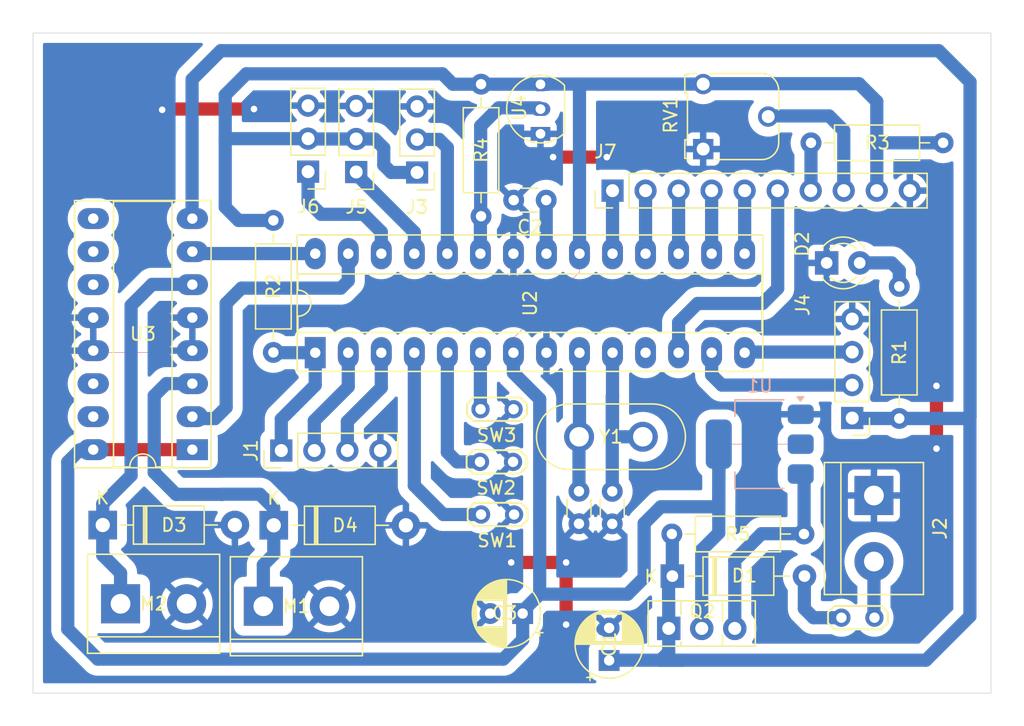
<source format=kicad_pcb>
(kicad_pcb (version 20240108) (generator "pcbnew") (generator_version "8.0")
  (layers (0 "F.Cu" signal) (31 "B.Cu" signal) (34 "B.Paste" user) (35 "F.Paste" user) (36 "B.SilkS" user "B.Silkscreen") (37 "F.SilkS" user "F.Silkscreen") (38 "B.Mask" user) (39 "F.Mask" user) (44 "Edge.Cuts" user))
  (net 0 "")
  (net 1 "+12V")
  (net 2 "GND")
  (net 3 "Net-(U2-AREF)")
  (net 4 "+5V")
  (net 5 "Net-(U2-XTAL1{slash}PB6)")
  (net 6 "Net-(U2-XTAL2{slash}PB7)")
  (net 7 "Net-(D1-A)")
  (net 8 "Net-(D2-A)")
  (net 9 "Net-(D3-K)")
  (net 10 "Net-(D4-K)")
  (net 11 "/D5")
  (net 12 "/RS")
  (net 13 "/E")
  (net 14 "/D4")
  (net 15 "/D7")
  (net 16 "/D6")
  (net 17 "/Rx")
  (net 18 "/Tx")
  (net 19 "Net-(J2-Pin_2)")
  (net 20 "/mq_pin")
  (net 21 "/GSM_Rx")
  (net 22 "/GSM_Tx")
  (net 23 "/ph_pin")
  (net 24 "/turbidity_pin")
  (net 25 "Net-(Q2-B)")
  (net 26 "/temp_pin")
  (net 27 "/button1")
  (net 28 "/button2")
  (net 29 "/button3")
  (net 30 "/motor2")
  (net 31 "/motor1")
  (net 37 "/Reset")
  (net 38 "Net-(J7-Pin_8)")
  (net 39 "Net-(J7-Pin_7)")
  (footprint "Resistor_THT:R_Axial_DIN0207_L6.3mm_D2.5mm_P10.16mm_Horizontal" (layer "F.Cu") (at 145.64 89.35)
    (property "Reference" "R5" (at 5.08 0 0) (layer "F.SilkS"))
    (property "Value" "3")
    (pad "1" thru_hole circle (at 0 0) (size 1.6 1.6) (drill 0.8) (layers "*.Cu" "*.Mask") (net 1 "+12V"))
    (pad "2" thru_hole oval (at 10.16 0) (size 1.6 1.6) (drill 0.8) (layers "*.Cu" "*.Mask") (net 25 "Net-(Q2-B)"))
  )
  (footprint "TerminalBlock:TerminalBlock_bornier-2_P5.08mm" (layer "F.Cu") (at 114.23 94.91)
    (property "Reference" "M1" (at 2.54 0 0) (layer "F.SilkS"))
    (property "Value" "Motor_DC")
    (pad "1" thru_hole rect (at 0 0) (size 3 3) (drill 1.52) (layers "*.Cu" "*.Mask") (net 10 "Net-(D4-K)"))
    (pad "2" thru_hole circle (at 5.08 0) (size 3 3) (drill 1.52) (layers "*.Cu" "*.Mask") (net 2 "GND"))
  )
  (footprint "Potentiometer_THT:Potentiometer_Runtron_RM-065_Vertical" (layer "F.Cu") (at 148.05 59.73 90)
    (property "Reference" "RV1" (at 2.6 -2.5 270) (layer "F.SilkS"))
    (property "Value" "1k")
    (pad "1" thru_hole rect (at 0 0 90) (size 1.56 1.56) (drill 1) (layers "*.Cu" "*.Mask") (net 2 "GND"))
    (pad "2" thru_hole circle (at 2.5 5 90) (size 1.56 1.56) (drill 1) (layers "*.Cu" "*.Mask") (net 38 "Net-(J7-Pin_8)"))
    (pad "3" thru_hole circle (at 5 0 90) (size 1.56 1.56) (drill 1) (layers "*.Cu" "*.Mask") (net 4 "+5V"))
  )
  (footprint "TerminalBlock:TerminalBlock_bornier-2_P5.08mm" (layer "F.Cu") (at 103.25 94.72)
    (property "Reference" "M2" (at 2.54 0 0) (layer "F.SilkS"))
    (property "Value" "Motor_DC")
    (pad "1" thru_hole rect (at 0 0) (size 3 3) (drill 1.52) (layers "*.Cu" "*.Mask") (net 9 "Net-(D3-K)"))
    (pad "2" thru_hole circle (at 5.08 0) (size 3 3) (drill 1.52) (layers "*.Cu" "*.Mask") (net 2 "GND"))
  )
  (footprint "TestPoint:TestPoint_2Pads_Pitch2.54mm_Drill0.8mm" (layer "F.Cu") (at 133.47 79.75 180)
    (property "Reference" "SW3" (at 1.3 -2 180) (layer "F.SilkS"))
    (property "Value" "SW_Push" (hide yes))
    (pad "1" thru_hole circle (at 0 0 180) (size 1.4 1.4) (drill 0.8) (layers "*.Cu" "*.Mask") (net 2 "GND"))
    (pad "2" thru_hole circle (at 2.54 0 180) (size 1.4 1.4) (drill 0.8) (layers "*.Cu" "*.Mask") (net 29 "/button3"))
  )
  (footprint "TerminalBlock:TerminalBlock_bornier-2_P5.08mm" (layer "F.Cu") (at 161.18 86.3875 -90)
    (property "Reference" "J2" (at 2.54 -5.08 90) (layer "F.SilkS"))
    (property "Value" "Power")
    (pad "1" thru_hole rect (at 0 0 270) (size 3 3) (drill 1.52) (layers "*.Cu" "*.Mask") (net 2 "GND"))
    (pad "2" thru_hole circle (at 5.08 0 270) (size 3 3) (drill 1.52) (layers "*.Cu" "*.Mask") (net 19 "Net-(J2-Pin_2)"))
  )
  (footprint "Package_DIP:DIP-16_W7.62mm_Socket_LongPads" (layer "F.Cu") (at 108.77 82.86 180)
    (property "Reference" "U3" (at 3.8 8.9 180) (layer "F.SilkS"))
    (property "Value" "L293D")
    (pad "1" thru_hole rect (at 0 0 180) (size 2.4 1.6) (drill 0.8) (layers "*.Cu" "*.Mask") (net 4 "+5V"))
    (pad "2" thru_hole oval (at 0 2.54 180) (size 2.4 1.6) (drill 0.8) (layers "*.Cu" "*.Mask") (net 31 "/motor1"))
    (pad "3" thru_hole oval (at 0 5.08 180) (size 2.4 1.6) (drill 0.8) (layers "*.Cu" "*.Mask") (net 10 "Net-(D4-K)"))
    (pad "4" thru_hole oval (at 0 7.62 180) (size 2.4 1.6) (drill 0.8) (layers "*.Cu" "*.Mask") (net 2 "GND"))
    (pad "5" thru_hole oval (at 0 10.16 180) (size 2.4 1.6) (drill 0.8) (layers "*.Cu" "*.Mask") (net 2 "GND"))
    (pad "6" thru_hole oval (at 0 12.7 180) (size 2.4 1.6) (drill 0.8) (layers "*.Cu" "*.Mask") (net 9 "Net-(D3-K)"))
    (pad "7" thru_hole oval (at 0 15.24 180) (size 2.4 1.6) (drill 0.8) (layers "*.Cu" "*.Mask") (net 30 "/motor2"))
    (pad "8" thru_hole oval (at 0 17.78 180) (size 2.4 1.6) (drill 0.8) (layers "*.Cu" "*.Mask") (net 1 "+12V"))
    (pad "9" thru_hole oval (at 7.62 17.78 180) (size 2.4 1.6) (drill 0.8) (layers "*.Cu" "*.Mask"))
    (pad "10" thru_hole oval (at 7.62 15.24 180) (size 2.4 1.6) (drill 0.8) (layers "*.Cu" "*.Mask"))
    (pad "11" thru_hole oval (at 7.62 12.7 180) (size 2.4 1.6) (drill 0.8) (layers "*.Cu" "*.Mask"))
    (pad "12" thru_hole oval (at 7.62 10.16 180) (size 2.4 1.6) (drill 0.8) (layers "*.Cu" "*.Mask") (net 2 "GND"))
    (pad "13" thru_hole oval (at 7.62 7.62 180) (size 2.4 1.6) (drill 0.8) (layers "*.Cu" "*.Mask") (net 2 "GND"))
    (pad "14" thru_hole oval (at 7.62 5.08 180) (size 2.4 1.6) (drill 0.8) (layers "*.Cu" "*.Mask"))
    (pad "15" thru_hole oval (at 7.62 2.54 180) (size 2.4 1.6) (drill 0.8) (layers "*.Cu" "*.Mask"))
    (pad "16" thru_hole oval (at 7.62 0 180) (size 2.4 1.6) (drill 0.8) (layers "*.Cu" "*.Mask") (net 4 "+5V"))
  )
  (footprint "Diode_THT:D_DO-41_SOD81_P10.16mm_Horizontal" (layer "F.Cu") (at 101.88 88.66)
    (property "Reference" "D3" (at 5.48 0 0) (layer "F.SilkS"))
    (property "Value" "1N4001")
    (fp_text user "K" (at 0 -2.1 0) (layer "F.SilkS"))
    (pad "1" thru_hole rect (at 0 0) (size 2.2 2.2) (drill 1.1) (layers "*.Cu" "*.Mask") (net 9 "Net-(D3-K)"))
    (pad "2" thru_hole oval (at 10.16 0) (size 2.2 2.2) (drill 1.1) (layers "*.Cu" "*.Mask") (net 2 "GND"))
  )
  (footprint "TestPoint:TestPoint_2Pads_Pitch2.54mm_Drill0.8mm" (layer "F.Cu") (at 133.51 87.85 180)
    (property "Reference" "SW1" (at 1.3 -2 180) (layer "F.SilkS"))
    (property "Value" "SW_Push" (hide yes))
    (pad "1" thru_hole circle (at 0 0 180) (size 1.4 1.4) (drill 0.8) (layers "*.Cu" "*.Mask") (net 2 "GND"))
    (pad "2" thru_hole circle (at 2.54 0 180) (size 1.4 1.4) (drill 0.8) (layers "*.Cu" "*.Mask") (net 27 "/button1"))
  )
  (footprint "Diode_THT:D_A-405_P10.16mm_Horizontal" (layer "F.Cu") (at 145.68 92.59)
    (property "Reference" "D1" (at 5.54 -0.03 0) (layer "F.SilkS"))
    (property "Value" "1N4001")
    (fp_text user "K" (at -1.65 0.05 0) (layer "F.SilkS"))
    (pad "1" thru_hole rect (at 0 0) (size 1.8 1.8) (drill 0.9) (layers "*.Cu" "*.Mask") (net 1 "+12V"))
    (pad "2" thru_hole oval (at 10.16 0) (size 1.8 1.8) (drill 0.9) (layers "*.Cu" "*.Mask") (net 7 "Net-(D1-A)"))
  )
  (footprint "Capacitor_THT:CP_Radial_D5.0mm_P2.50mm" (layer "F.Cu") (at 140.82 99.08 90)
    (property "Reference" "C1" (at 1.24 0 270) (layer "F.SilkS"))
    (property "Value" "100uF")
    (pad "1" thru_hole rect (at 0 0 90) (size 1.6 1.6) (drill 0.8) (layers "*.Cu" "*.Mask") (net 1 "+12V"))
    (pad "2" thru_hole circle (at 2.5 0 90) (size 1.6 1.6) (drill 0.8) (layers "*.Cu" "*.Mask") (net 2 "GND"))
  )
  (footprint "Resistor_THT:R_Axial_DIN0207_L6.3mm_D2.5mm_P10.16mm_Horizontal" (layer "F.Cu") (at 115 75.38 90)
    (property "Reference" "R2" (at 5.08 0 270) (layer "F.SilkS"))
    (property "Value" "10k")
    (pad "1" thru_hole circle (at 0 0 90) (size 1.6 1.6) (drill 0.8) (layers "*.Cu" "*.Mask") (net 37 "/Reset"))
    (pad "2" thru_hole oval (at 10.16 0 90) (size 1.6 1.6) (drill 0.8) (layers "*.Cu" "*.Mask") (net 4 "+5V"))
  )
  (footprint "Capacitor_THT:C_Disc_D3.0mm_W1.6mm_P2.50mm" (layer "F.Cu") (at 138.5 86.06 -90)
    (property "Reference" "C4" (hide yes))
    (property "Value" "22pF")
    (pad "1" thru_hole circle (at 0 0 270) (size 1.6 1.6) (drill 0.8) (layers "*.Cu" "*.Mask") (net 5 "Net-(U2-XTAL1{slash}PB6)"))
    (pad "2" thru_hole circle (at 2.5 0 270) (size 1.6 1.6) (drill 0.8) (layers "*.Cu" "*.Mask") (net 2 "GND"))
  )
  (footprint "Capacitor_THT:C_Disc_D3.0mm_W1.6mm_P2.50mm" (layer "F.Cu") (at 135.98 63.66 180)
    (property "Reference" "C2" (at 1.25 -2.05 180) (layer "F.SilkS"))
    (property "Value" "100nF")
    (pad "1" thru_hole circle (at 0 0 180) (size 1.6 1.6) (drill 0.8) (layers "*.Cu" "*.Mask") (net 3 "Net-(U2-AREF)"))
    (pad "2" thru_hole circle (at 2.5 0 180) (size 1.6 1.6) (drill 0.8) (layers "*.Cu" "*.Mask") (net 2 "GND"))
  )
  (footprint "Package_DIP:DIP-28_W7.62mm_Socket_LongPads" (layer "F.Cu") (at 118.22 75.4 90)
    (property "Reference" "U2" (at 3.8 16.525 270) (layer "F.SilkS"))
    (property "Value" "ATmega328P-P")
    (pad "1" thru_hole rect (at 0 0 90) (size 2.4 1.6) (drill 0.8) (layers "*.Cu" "*.Mask") (net 37 "/Reset"))
    (pad "2" thru_hole oval (at 0 2.54 90) (size 2.4 1.6) (drill 0.8) (layers "*.Cu" "*.Mask") (net 17 "/Rx"))
    (pad "3" thru_hole oval (at 0 5.08 90) (size 2.4 1.6) (drill 0.8) (layers "*.Cu" "*.Mask") (net 18 "/Tx"))
    (pad "4" thru_hole oval (at 0 7.62 90) (size 2.4 1.6) (drill 0.8) (layers "*.Cu" "*.Mask") (net 27 "/button1"))
    (pad "5" thru_hole oval (at 0 10.16 90) (size 2.4 1.6) (drill 0.8) (layers "*.Cu" "*.Mask") (net 28 "/button2"))
    (pad "6" thru_hole oval (at 0 12.7 90) (size 2.4 1.6) (drill 0.8) (layers "*.Cu" "*.Mask") (net 29 "/button3"))
    (pad "7" thru_hole oval (at 0 15.24 90) (size 2.4 1.6) (drill 0.8) (layers "*.Cu" "*.Mask") (net 4 "+5V"))
    (pad "8" thru_hole oval (at 0 17.78 90) (size 2.4 1.6) (drill 0.8) (layers "*.Cu" "*.Mask") (net 2 "GND"))
    (pad "9" thru_hole oval (at 0 20.32 90) (size 2.4 1.6) (drill 0.8) (layers "*.Cu" "*.Mask") (net 5 "Net-(U2-XTAL1{slash}PB6)"))
    (pad "10" thru_hole oval (at 0 22.86 90) (size 2.4 1.6) (drill 0.8) (layers "*.Cu" "*.Mask") (net 6 "Net-(U2-XTAL2{slash}PB7)"))
    (pad "11" thru_hole oval (at 0 25.4 90) (size 2.4 1.6) (drill 0.8) (layers "*.Cu" "*.Mask"))
    (pad "12" thru_hole oval (at 0 27.94 90) (size 2.4 1.6) (drill 0.8) (layers "*.Cu" "*.Mask") (net 15 "/D7"))
    (pad "13" thru_hole oval (at 0 30.48 90) (size 2.4 1.6) (drill 0.8) (layers "*.Cu" "*.Mask") (net 21 "/GSM_Rx"))
    (pad "14" thru_hole oval (at 0 33.02 90) (size 2.4 1.6) (drill 0.8) (layers "*.Cu" "*.Mask") (net 22 "/GSM_Tx"))
    (pad "15" thru_hole oval (at 7.62 33.02 90) (size 2.4 1.6) (drill 0.8) (layers "*.Cu" "*.Mask") (net 16 "/D6"))
    (pad "16" thru_hole oval (at 7.62 30.48 90) (size 2.4 1.6) (drill 0.8) (layers "*.Cu" "*.Mask") (net 11 "/D5"))
    (pad "17" thru_hole oval (at 7.62 27.94 90) (size 2.4 1.6) (drill 0.8) (layers "*.Cu" "*.Mask") (net 14 "/D4"))
    (pad "18" thru_hole oval (at 7.62 25.4 90) (size 2.4 1.6) (drill 0.8) (layers "*.Cu" "*.Mask") (net 13 "/E"))
    (pad "19" thru_hole oval (at 7.62 22.86 90) (size 2.4 1.6) (drill 0.8) (layers "*.Cu" "*.Mask") (net 12 "/RS"))
    (pad "20" thru_hole oval (at 7.62 20.32 90) (size 2.4 1.6) (drill 0.8) (layers "*.Cu" "*.Mask") (net 4 "+5V"))
    (pad "21" thru_hole oval (at 7.62 17.78 90) (size 2.4 1.6) (drill 0.8) (layers "*.Cu" "*.Mask") (net 3 "Net-(U2-AREF)"))
    (pad "22" thru_hole oval (at 7.62 15.24 90) (size 2.4 1.6) (drill 0.8) (layers "*.Cu" "*.Mask") (net 2 "GND"))
    (pad "23" thru_hole oval (at 7.62 12.7 90) (size 2.4 1.6) (drill 0.8) (layers "*.Cu" "*.Mask") (net 26 "/temp_pin"))
    (pad "24" thru_hole oval (at 7.62 10.16 90) (size 2.4 1.6) (drill 0.8) (layers "*.Cu" "*.Mask") (net 20 "/mq_pin"))
    (pad "25" thru_hole oval (at 7.62 7.62 90) (size 2.4 1.6) (drill 0.8) (layers "*.Cu" "*.Mask") (net 23 "/ph_pin"))
    (pad "26" thru_hole oval (at 7.62 5.08 90) (size 2.4 1.6) (drill 0.8) (layers "*.Cu" "*.Mask") (net 24 "/turbidity_pin"))
    (pad "27" thru_hole oval (at 7.62 2.54 90) (size 2.4 1.6) (drill 0.8) (layers "*.Cu" "*.Mask") (net 31 "/motor1"))
    (pad "28" thru_hole oval (at 7.62 0 90) (size 2.4 1.6) (drill 0.8) (layers "*.Cu" "*.Mask") (net 30 "/motor2"))
  )
  (footprint "TestPoint:TestPoint_2Pads_Pitch2.54mm_Drill0.8mm" (layer "F.Cu") (at 133.43 83.8 180)
    (property "Reference" "SW2" (at 1.3 -2 180) (layer "F.SilkS"))
    (property "Value" "SW_Push" (hide yes))
    (pad "1" thru_hole circle (at 0 0 180) (size 1.4 1.4) (drill 0.8) (layers "*.Cu" "*.Mask") (net 2 "GND"))
    (pad "2" thru_hole circle (at 2.54 0 180) (size 1.4 1.4) (drill 0.8) (layers "*.Cu" "*.Mask") (net 28 "/button2"))
  )
  (footprint "Diode_THT:D_DO-41_SOD81_P10.16mm_Horizontal" (layer "F.Cu") (at 115.03 88.68)
    (property "Reference" "D4" (at 5.48 0.01 0) (layer "F.SilkS"))
    (property "Value" "1N4001")
    (fp_text user "K" (at 0 -2.1 0) (layer "F.SilkS"))
    (pad "1" thru_hole rect (at 0 0) (size 2.2 2.2) (drill 1.1) (layers "*.Cu" "*.Mask") (net 10 "Net-(D4-K)"))
    (pad "2" thru_hole oval (at 10.16 0) (size 2.2 2.2) (drill 1.1) (layers "*.Cu" "*.Mask") (net 2 "GND"))
  )
  (footprint "Resistor_THT:R_Axial_DIN0207_L6.3mm_D2.5mm_P10.16mm_Horizontal" (layer "F.Cu") (at 163.13 80.46 90)
    (property "Reference" "R1" (at 5.08 0 270) (layer "F.SilkS"))
    (property "Value" "1k")
    (pad "1" thru_hole circle (at 0 0 90) (size 1.6 1.6) (drill 0.8) (layers "*.Cu" "*.Mask") (net 1 "+12V"))
    (pad "2" thru_hole oval (at 10.16 0 90) (size 1.6 1.6) (drill 0.8) (layers "*.Cu" "*.Mask") (net 8 "Net-(D2-A)"))
  )
  (footprint "Capacitor_THT:CP_Radial_D5.0mm_P2.50mm" (layer "F.Cu") (at 134.17 95.47 180)
    (property "Reference" "C3" (at 1.38 0.04 180) (layer "F.SilkS"))
    (property "Value" "100uF")
    (pad "1" thru_hole rect (at 0 0 180) (size 1.6 1.6) (drill 0.8) (layers "*.Cu" "*.Mask") (net 4 "+5V"))
    (pad "2" thru_hole circle (at 2.5 0 180) (size 1.6 1.6) (drill 0.8) (layers "*.Cu" "*.Mask") (net 2 "GND"))
  )
  (footprint "Connector_PinHeader_2.54mm:PinHeader_1x04_P2.54mm_Vertical" (layer "F.Cu") (at 159.51 80.43 180)
    (property "Reference" "J4" (at 3.8 8.71 -90) (layer "F.SilkS"))
    (property "Value" "GSM")
    (pad "1" thru_hole rect (at 0 0 180) (size 1.7 1.7) (drill 1) (layers "*.Cu" "*.Mask") (net 1 "+12V"))
    (pad "2" thru_hole oval (at 0 2.54 180) (size 1.7 1.7) (drill 1) (layers "*.Cu" "*.Mask") (net 21 "/GSM_Rx"))
    (pad "3" thru_hole oval (at 0 5.08 180) (size 1.7 1.7) (drill 1) (layers "*.Cu" "*.Mask") (net 22 "/GSM_Tx"))
    (pad "4" thru_hole oval (at 0 7.62 180) (size 1.7 1.7) (drill 1) (layers "*.Cu" "*.Mask") (net 2 "GND"))
  )
  (footprint "Capacitor_THT:C_Disc_D3.0mm_W1.6mm_P2.50mm" (layer "F.Cu") (at 141.06 88.57 90)
    (property "Reference" "C5" (hide yes))
    (property "Value" "22pF")
    (pad "1" thru_hole circle (at 0 0 90) (size 1.6 1.6) (drill 0.8) (layers "*.Cu" "*.Mask") (net 2 "GND"))
    (pad "2" thru_hole circle (at 2.5 0 90) (size 1.6 1.6) (drill 0.8) (layers "*.Cu" "*.Mask") (net 6 "Net-(U2-XTAL2{slash}PB7)"))
  )
  (footprint "Resistor_THT:R_Axial_DIN0207_L6.3mm_D2.5mm_P10.16mm_Horizontal" (layer "F.Cu") (at 130.97 54.74 -90)
    (property "Reference" "R4" (at 5.08 0 90) (layer "F.SilkS"))
    (property "Value" "4.7k")
    (pad "1" thru_hole circle (at 0 0 270) (size 1.6 1.6) (drill 0.8) (layers "*.Cu" "*.Mask") (net 4 "+5V"))
    (pad "2" thru_hole oval (at 10.16 0 270) (size 1.6 1.6) (drill 0.8) (layers "*.Cu" "*.Mask") (net 26 "/temp_pin"))
  )
  (footprint "Connector_PinHeader_2.54mm:PinHeader_1x03_P2.54mm_Vertical" (layer "F.Cu") (at 117.67 61.47 180)
    (property "Reference" "J6" (at -0.02 -2.685 180) (layer "F.SilkS"))
    (property "Value" "Turbidity sensor")
    (pad "1" thru_hole rect (at 0 0 180) (size 1.7 1.7) (drill 1) (layers "*.Cu" "*.Mask") (net 24 "/turbidity_pin"))
    (pad "2" thru_hole oval (at 0 2.54 180) (size 1.7 1.7) (drill 1) (layers "*.Cu" "*.Mask") (net 4 "+5V"))
    (pad "3" thru_hole oval (at 0 5.08 180) (size 1.7 1.7) (drill 1) (layers "*.Cu" "*.Mask") (net 2 "GND"))
  )
  (footprint "Resistor_THT:R_Axial_DIN0207_L6.3mm_D2.5mm_P10.16mm_Horizontal" (layer "F.Cu") (at 156.34 59.25)
    (property "Reference" "R3" (at 5.1 -0.01 0) (layer "F.SilkS"))
    (property "Value" "220")
    (pad "1" thru_hole circle (at 0 0) (size 1.6 1.6) (drill 0.8) (layers "*.Cu" "*.Mask") (net 39 "Net-(J7-Pin_7)"))
    (pad "2" thru_hole oval (at 10.16 0) (size 1.6 1.6) (drill 0.8) (layers "*.Cu" "*.Mask") (net 4 "+5V"))
  )
  (footprint "Connector_PinHeader_2.54mm:PinHeader_1x03_P2.54mm_Vertical" (layer "F.Cu") (at 126.05 61.53 180)
    (property "Reference" "J3" (at 0 -2.67 180) (layer "F.SilkS"))
    (property "Value" "MQ 137")
    (pad "1" thru_hole rect (at 0 0 180) (size 1.7 1.7) (drill 1) (layers "*.Cu" "*.Mask") (net 4 "+5V"))
    (pad "2" thru_hole oval (at 0 2.54 180) (size 1.7 1.7) (drill 1) (layers "*.Cu" "*.Mask") (net 20 "/mq_pin"))
    (pad "3" thru_hole oval (at 0 5.08 180) (size 1.7 1.7) (drill 1) (layers "*.Cu" "*.Mask") (net 2 "GND"))
  )
  (footprint "Connector_PinHeader_2.54mm:PinHeader_1x03_P2.54mm_Vertical" (layer "F.Cu") (at 121.37 61.495 180)
    (property "Reference" "J5" (at -0.03 -2.69 180) (layer "F.SilkS"))
    (property "Value" "PH sensor")
    (pad "1" thru_hole rect (at 0 0 180) (size 1.7 1.7) (drill 1) (layers "*.Cu" "*.Mask") (net 23 "/ph_pin"))
    (pad "2" thru_hole oval (at 0 2.54 180) (size 1.7 1.7) (drill 1) (layers "*.Cu" "*.Mask") (net 4 "+5V"))
    (pad "3" thru_hole oval (at 0 5.08 180) (size 1.7 1.7) (drill 1) (layers "*.Cu" "*.Mask") (net 2 "GND"))
  )
  (footprint "Package_TO_SOT_THT:TO-126-3_Vertical" (layer "F.Cu") (at 145.4 96.615)
    (property "Reference" "Q2" (at 2.58 -1.31 0) (layer "F.SilkS"))
    (property "Value" "BD138")
    (pad "1" thru_hole rect (at 0 0) (size 1.8 1.8) (drill 1) (layers "*.Cu" "*.Mask") (net 1 "+12V"))
    (pad "2" thru_hole oval (at 2.54 0) (size 1.8 1.8) (drill 1) (layers "*.Cu" "*.Mask") (net 4 "+5V"))
    (pad "3" thru_hole oval (at 5.08 0) (size 1.8 1.8) (drill 1) (layers "*.Cu" "*.Mask") (net 25 "Net-(Q2-B)"))
  )
  (footprint "Package_TO_SOT_THT:TO-92_Inline" (layer "F.Cu") (at 135.54 57.925 90)
    (property "Reference" "U4" (at 1.37 -1.63 270) (layer "F.SilkS"))
    (property "Value" "DS18B20")
    (pad "1" thru_hole rect (at -0.635 0 90) (size 1.05 1.5) (drill 0.75) (layers "*.Cu" "*.Mask") (net 2 "GND"))
    (pad "2" thru_hole oval (at 1.27 0 90) (size 1.05 1.5) (drill 0.75) (layers "*.Cu" "*.Mask") (net 26 "/temp_pin"))
    (pad "3" thru_hole oval (at 3.175 0 90) (size 1.05 1.5) (drill 0.75) (layers "*.Cu" "*.Mask") (net 4 "+5V"))
  )
  (footprint "Connector_PinHeader_2.54mm:PinHeader_1x10_P2.54mm_Vertical" (layer "F.Cu") (at 141.08 62.93 90)
    (property "Reference" "J7" (at 3 -0.55 0) (layer "F.SilkS"))
    (property "Value" "Display")
    (pad "1" thru_hole rect (at 0 0 90) (size 1.7 1.7) (drill 1) (layers "*.Cu" "*.Mask") (net 12 "/RS"))
    (pad "2" thru_hole oval (at 0 2.54 90) (size 1.7 1.7) (drill 1) (layers "*.Cu" "*.Mask") (net 13 "/E"))
    (pad "3" thru_hole oval (at 0 5.08 90) (size 1.7 1.7) (drill 1) (layers "*.Cu" "*.Mask") (net 14 "/D4"))
    (pad "4" thru_hole oval (at 0 7.62 90) (size 1.7 1.7) (drill 1) (layers "*.Cu" "*.Mask") (net 11 "/D5"))
    (pad "5" thru_hole oval (at 0 10.16 90) (size 1.7 1.7) (drill 1) (layers "*.Cu" "*.Mask") (net 16 "/D6"))
    (pad "6" thru_hole oval (at 0 12.7 90) (size 1.7 1.7) (drill 1) (layers "*.Cu" "*.Mask") (net 15 "/D7"))
    (pad "7" thru_hole oval (at 0 15.24 90) (size 1.7 1.7) (drill 1) (layers "*.Cu" "*.Mask") (net 39 "Net-(J7-Pin_7)"))
    (pad "8" thru_hole oval (at 0 17.78 90) (size 1.7 1.7) (drill 1) (layers "*.Cu" "*.Mask") (net 38 "Net-(J7-Pin_8)"))
    (pad "9" thru_hole oval (at 0 20.32 90) (size 1.7 1.7) (drill 1) (layers "*.Cu" "*.Mask") (net 4 "+5V"))
    (pad "10" thru_hole oval (at 0 22.86 90) (size 1.7 1.7) (drill 1) (layers "*.Cu" "*.Mask") (net 2 "GND"))
  )
  (footprint "TestPoint:TestPoint_2Pads_Pitch2.54mm_Drill0.8mm" (layer "F.Cu") (at 161.22 95.79 180)
    (property "Reference" "SW4" (hide yes))
    (property "Value" "Switch")
    (pad "1" thru_hole circle (at 0 0 180) (size 1.4 1.4) (drill 0.8) (layers "*.Cu" "*.Mask") (net 19 "Net-(J2-Pin_2)"))
    (pad "2" thru_hole circle (at 2.54 0 180) (size 1.4 1.4) (drill 0.8) (layers "*.Cu" "*.Mask") (net 7 "Net-(D1-A)"))
  )
  (footprint "LED_THT:LED_D3.0mm" (layer "F.Cu") (at 157.545 68.49)
    (property "Reference" "D2" (at -1.88 -1.45 -90) (layer "F.SilkS"))
    (property "Value" "Power")
    (pad "1" thru_hole rect (at 0 0) (size 1.8 1.8) (drill 0.9) (layers "*.Cu" "*.Mask") (net 2 "GND"))
    (pad "2" thru_hole circle (at 2.54 0) (size 1.8 1.8) (drill 0.9) (layers "*.Cu" "*.Mask") (net 8 "Net-(D2-A)"))
  )
  (footprint "Connector_PinHeader_2.54mm:PinHeader_1x04_P2.54mm_Vertical" (layer "F.Cu") (at 115.61 82.93 90)
    (property "Reference" "J1" (at 0 -2.33 270) (layer "F.SilkS"))
    (property "Value" "Program")
    (pad "1" thru_hole rect (at 0 0 90) (size 1.7 1.7) (drill 1) (layers "*.Cu" "*.Mask") (net 37 "/Reset"))
    (pad "2" thru_hole oval (at 0 2.54 90) (size 1.7 1.7) (drill 1) (layers "*.Cu" "*.Mask") (net 17 "/Rx"))
    (pad "3" thru_hole oval (at 0 5.08 90) (size 1.7 1.7) (drill 1) (layers "*.Cu" "*.Mask") (net 18 "/Tx"))
    (pad "4" thru_hole oval (at 0 7.62 90) (size 1.7 1.7) (drill 1) (layers "*.Cu" "*.Mask") (net 2 "GND"))
  )
  (footprint "Crystal:Crystal_HC50_Vertical" (layer "F.Cu") (at 143.41 81.87 180)
    (property "Reference" "Y1" (at 2.45 0 180) (layer "F.SilkS"))
    (property "Value" "16MHz")
    (pad "1" thru_hole circle (at 0 0 180) (size 2.3 2.3) (drill 1.5) (layers "*.Cu" "*.Mask") (net 6 "Net-(U2-XTAL2{slash}PB7)"))
    (pad "2" thru_hole circle (at 4.9 0 180) (size 2.3 2.3) (drill 1.5) (layers "*.Cu" "*.Mask") (net 5 "Net-(U2-XTAL1{slash}PB6)"))
  )
  (footprint "Package_TO_SOT_SMD:SOT-223-3_TabPin2" (layer "B.Cu") (at 152.4 82.4375 180)
    (property "Reference" "U1" (at 0 4.5 180) (layer "B.SilkS") (effects (justify mirror)))
    (property "Value" "AMS1117-5.0")
    (pad "1" smd roundrect (at -3.15 2.3 180) (size 2 1.5) (layers "B.Cu" "B.Paste" "B.Mask") (net 2 "GND"))
    (pad "2" smd roundrect (at -3.15 0 180) (size 2 1.5) (layers "B.Cu" "B.Paste" "B.Mask") (net 4 "+5V"))
    (pad "2" smd roundrect (at 3.15 0 180) (size 2 3.8) (layers "B.Cu" "B.Paste" "B.Mask") (net 4 "+5V"))
    (pad "3" smd roundrect (at -3.15 -2.3 180) (size 2 1.5) (layers "B.Cu" "B.Paste" "B.Mask") (net 25 "Net-(Q2-B)"))
  )
  (gr_line (start 170.18 50.8) (end 170.18 101.6) (stroke (width 0.05)) (layer "Edge.Cuts"))
  (gr_line (start 96.52 50.8) (end 170.18 50.8) (stroke (width 0.05)) (layer "Edge.Cuts"))
  (gr_line (start 170.18 101.6) (end 96.52 101.6) (stroke (width 0.05)) (layer "Edge.Cuts"))
  (gr_line (start 96.52 101.6) (end 96.52 50.8) (stroke (width 0.05)) (layer "Edge.Cuts"))
  (segment (start 168.56 80.58) (end 168.44 80.46) (width 1.016) (layer "B.Cu") (net 1))
  (segment (start 146.44 99.06) (end 140.84 99.06) (width 1.016) (layer "B.Cu") (net 1))
  (segment (start 145.68 92.2775) (end 145.39 92.5675) (width 1.016) (layer "B.Cu") (net 1))
  (segment (start 168.44 80.46) (end 163.13 80.46) (width 1.016) (layer "B.Cu") (net 1))
  (segment (start 145.39 94.47) (end 145.4 94.48) (width 1.016) (layer "B.Cu") (net 1))
  (segment (start 108.77 65.08) (end 108.75 65.06) (width 1.016) (layer "B.Cu") (net 1))
  (segment (start 108.75 54.37) (end 110.957999 52.162001) (width 1.016) (layer "B.Cu") (net 1))
  (segment (start 165.18 99.06) (end 168.56 95.68) (width 1.016) (layer "B.Cu") (net 1))
  (segment (start 144.78 99.06) (end 146.44 99.06) (width 1.016) (layer "B.Cu") (net 1))
  (segment (start 110.957999 52.162001) (end 166.162001 52.162001) (width 1.016) (layer "B.Cu") (net 1))
  (segment (start 108.75 65.06) (end 108.75 54.37) (width 1.016) (layer "B.Cu") (net 1))
  (segment (start 145.68 89.6175) (end 145.68 92.2775) (width 1.016) (layer "B.Cu") (net 1))
  (segment (start 145.39 89.3275) (end 145.68 89.6175) (width 1.016) (layer "B.Cu") (net 1))
  (segment (start 145.4 94.48) (end 145.4 96.615) (width 1.016) (layer "B.Cu") (net 1))
  (segment (start 145.4 98.44) (end 144.78 99.06) (width 1.016) (layer "B.Cu") (net 1))
  (segment (start 145.39 92.5675) (end 145.39 94.47) (width 1.016) (layer "B.Cu") (net 1))
  (segment (start 159.54 80.46) (end 159.51 80.43) (width 1.016) (layer "B.Cu") (net 1))
  (segment (start 168.57 54.57) (end 168.57 80.33) (width 1.016) (layer "B.Cu") (net 1))
  (segment (start 145.4 96.615) (end 145.4 98.44) (width 1.016) (layer "B.Cu") (net 1))
  (segment (start 168.56 95.68) (end 168.56 80.58) (width 1.016) (layer "B.Cu") (net 1))
  (segment (start 166.162001 52.162001) (end 168.57 54.57) (width 1.016) (layer "B.Cu") (net 1))
  (segment (start 140.84 99.06) (end 140.82 99.08) (width 1.016) (layer "B.Cu") (net 1))
  (segment (start 168.57 80.33) (end 168.44 80.46) (width 1.016) (layer "B.Cu") (net 1))
  (segment (start 168.44 80.46) (end 159.54 80.46) (width 1.016) (layer "B.Cu") (net 1))
  (segment (start 146.44 99.06) (end 165.18 99.06) (width 1.016) (layer "B.Cu") (net 1))
  (segment (start 133.29 91.54) (end 137.512 91.54) (width 1.016) (layer "F.Cu") (net 2))
  (segment (start 137.512 96.322) (end 137.512 91.54) (width 1.016) (layer "F.Cu") (net 2))
  (segment (start 136.508 60.35) (end 140.64 60.35) (width 1.016) (layer "F.Cu") (net 2))
  (segment (start 106.51 56.65) (end 106.45 56.71) (width 1.016) (layer "F.Cu") (net 2))
  (segment (start 165.99 82.78) (end 165.99 77.95) (width 1.016) (layer "F.Cu") (net 2))
  (segment (start 113.51 56.65) (end 106.51 56.65) (width 1.016) (layer "F.Cu") (net 2))
  (segment (start 102.07 75.39) (end 109.69 75.39) (width 0.0254) (layer "F.Cu") (net 2))
  (via (at 137.512 91.54) (size 1.524) (drill 0.508) (layers "F.Cu" "B.Cu") (net 2))
  (via (at 165.99 77.95) (size 1.524) (drill 0.508) (layers "F.Cu" "B.Cu") (net 2))
  (via (at 137.512 96.322) (size 1.524) (drill 0.508) (layers "F.Cu" "B.Cu") (net 2))
  (via (at 136.508 60.35) (size 1.524) (drill 0.508) (layers "F.Cu" "B.Cu") (net 2))
  (via (at 165.99 82.78) (size 1.524) (drill 0.508) (layers "F.Cu" "B.Cu") (net 2))
  (via (at 113.51 56.65) (size 1.524) (drill 0.508) (layers "F.Cu" "B.Cu") (net 2))
  (via (at 140.64 60.35) (size 1.524) (drill 0.508) (layers "F.Cu" "B.Cu") (net 2))
  (via (at 106.45 56.71) (size 1.524) (drill 0.508) (layers "F.Cu" "B.Cu") (net 2))
  (via (at 133.29 91.54) (size 1.524) (drill 0.508) (layers "F.Cu" "B.Cu") (net 2))
  (segment (start 140.405 96.615) (end 140.35 96.67) (width 1.016) (layer "B.Cu") (net 2))
  (segment (start 135.98 67.76) (end 136 67.78) (width 1.016) (layer "B.Cu") (net 3))
  (segment (start 135.98 63.66) (end 135.98 67.76) (width 1.016) (layer "B.Cu") (net 3))
  (segment (start 133.46 74.276) (end 133.46 75.4) (width 0.0254) (layer "F.Cu") (net 4))
  (segment (start 149.28 82.44) (end 155.52 82.44) (width 0.0254) (layer "F.Cu") (net 4))
  (segment (start 138.54 69.196) (end 133.46 74.276) (width 0.0254) (layer "F.Cu") (net 4))
  (segment (start 138.54 67.78) (end 138.54 69.196) (width 0.0254) (layer "F.Cu") (net 4))
  (segment (start 108.77 82.86) (end 101.15 82.86) (width 1.016) (layer "F.Cu") (net 4))
  (via (at 155.54 82.46) (size 0.0762) (drill 0.0254) (layers "F.Cu" "B.Cu") (net 4))
  (via (at 149.28 82.44) (size 0.0762) (drill 0.0254) (layers "F.Cu" "B.Cu") (net 4))
  (segment (start 149.1175 87.2575) (end 149.25 87.39) (width 1.016) (layer "B.Cu") (net 4))
  (segment (start 111.3 64.2) (end 112.32 65.22) (width 1.016) (layer "B.Cu") (net 4))
  (segment (start 135.53 54.74) (end 135.54 54.75) (width 1.016) (layer "B.Cu") (net 4))
  (segment (start 99.19 96.67) (end 101.5 98.98) (width 1.016) (layer "B.Cu") (net 4))
  (segment (start 138.54 54.79) (end 138.6 54.73) (width 1.016) (layer "B.Cu") (net 4))
  (segment (start 166.5 59.25) (end 161.49 59.25) (width 1.016) (layer "B.Cu") (net 4))
  (segment (start 123.49 59.65) (end 123.49 60.961056) (width 1.016) (layer "B.Cu") (net 4))
  (segment (start 111.3 55.56) (end 111.3 58.96) (width 1.016) (layer "B.Cu") (net 4))
  (segment (start 128.000001 53.940001) (end 112.919999 53.940001) (width 1.016) (layer "B.Cu") (net 4))
  (segment (start 130.965 54.635) (end 130.94 54.66) (width 1.016) (layer "B.Cu") (net 4))
  (segment (start 149.25 89.27) (end 147.93 90.59) (width 1.016) (layer "B.Cu") (net 4))
  (segment (start 136.08 54.73) (end 138.6 54.73) (width 1.016) (layer "B.Cu") (net 4))
  (segment (start 147.94 90.6) (end 147.94 96.615) (width 1.016) (layer "B.Cu") (net 4))
  (segment (start 147.93 90.59) (end 147.94 90.6) (width 1.016) (layer "B.Cu") (net 4))
  (segment (start 149.25 82.4375) (end 149.25 89.27) (width 1.016) (layer "B.Cu") (net 4))
  (segment (start 112.32 65.22) (end 115 65.22) (width 1.016) (layer "B.Cu") (net 4))
  (segment (start 135.54 54.75) (end 136.06 54.75) (width 1.016) (layer "B.Cu") (net 4))
  (segment (start 136.06 54.75) (end 136.08 54.73) (width 1.016) (layer "B.Cu") (net 4))
  (segment (start 101.15 82.86) (end 100.14 82.86) (width 1.016) (layer "B.Cu") (net 4))
  (segment (start 114.7 65.22) (end 115.01 64.91) (width 1.016) (layer "B.Cu") (net 4))
  (segment (start 132.68 98.98) (end 134.17 97.49) (width 1.016) (layer "B.Cu") (net 4))
  (segment (start 160.03 54.7) (end 161.4 56.07) (width 1.016) (layer "B.Cu") (net 4))
  (segment (start 138.54 67.78) (end 138.54 54.79) (width 1.016) (layer "B.Cu") (net 4))
  (segment (start 123.49 60.961056) (end 124.058944 61.53) (width 1.016) (layer "B.Cu") (net 4))
  (segment (start 149.28 82.44) (end 149.25 82.4375) (width 1.016) (layer "B.Cu") (net 4))
  (segment (start 149.25 87.39) (end 149.28 82.44) (width 1.016) (layer "B.Cu") (net 4))
  (segment (start 148.01 54.77) (end 148.05 54.73) (width 1.016) (layer "B.Cu") (net 4))
  (segment (start 135.48 93.98) (end 134.17 95.29) (width 1.016) (layer "B.Cu") (net 4))
  (segment (start 111.33 58.93) (end 111.3 58.96) (width 1.016) (layer "B.Cu") (net 4))
  (segment (start 143.51 88.54) (end 144.7925 87.2575) (width 1.016) (layer "B.Cu") (net 4))
  (segment (start 117.67 58.93) (end 111.33 58.93) (width 1.016) (layer "B.Cu") (net 4))
  (segment (start 133.46 76.953999) (end 135.48 78.973999) (width 1.016) (layer "B.Cu") (net 4))
  (segment (start 128.8 54.74) (end 128.000001 53.940001) (width 1.016) (layer "B.Cu") (net 4))
  (segment (start 131.01 54.8) (end 130.99 54.82) (width 1.016) (layer "B.Cu") (net 4))
  (segment (start 161.4 59.34) (end 161.4 62.93) (width 1.016) (layer "B.Cu") (net 4))
  (segment (start 135.48 93.98) (end 142.24 93.98) (width 1.016) (layer "B.Cu") (net 4))
  (segment (start 138.6 54.73) (end 148.05 54.73) (width 1.016) (layer "B.Cu") (net 4))
  (segment (start 112.919999 53.940001) (end 111.3 55.56) (width 1.016) (layer "B.Cu") (net 4))
  (segment (start 101.5 98.98) (end 132.68 98.98) (width 1.016) (layer "B.Cu") (net 4))
  (segment (start 134.17 95.29) (end 134.17 95.47) (width 1.016) (layer "B.Cu") (net 4))
  (segment (start 135.48 91.36) (end 135.48 93.98) (width 1.016) (layer "B.Cu") (net 4))
  (segment (start 148.08 54.7) (end 160.03 54.7) (width 1.016) (layer "B.Cu") (net 4))
  (segment (start 111.3 58.96) (end 111.3 64.2) (width 1.016) (layer "B.Cu") (net 4))
  (segment (start 144.7925 87.2575) (end 149.1175 87.2575) (width 1.016) (layer "B.Cu") (net 4))
  (segment (start 130.97 54.74) (end 135.53 54.74) (width 1.016) (layer "B.Cu") (net 4))
  (segment (start 124.058944 61.53) (end 126.05 61.53) (width 1.016) (layer "B.Cu") (net 4))
  (segment (start 117.695 58.955) (end 117.67 58.93) (width 1.016) (layer "B.Cu") (net 4))
  (segment (start 148.05 54.73) (end 148.08 54.7) (width 1.016) (layer "B.Cu") (net 4))
  (segment (start 122.795 58.955) (end 123.49 59.65) (width 1.016) (layer "B.Cu") (net 4))
  (segment (start 100.14 82.86) (end 99.19 83.81) (width 1.016) (layer "B.Cu") (net 4))
  (segment (start 161.4 56.07) (end 161.4 59.34) (width 1.016) (layer "B.Cu") (net 4))
  (segment (start 161.49 59.25) (end 161.4 59.34) (width 1.016) (layer "B.Cu") (net 4))
  (segment (start 121.37 58.955) (end 117.695 58.955) (width 1.016) (layer "B.Cu") (net 4))
  (segment (start 134.17 97.49) (end 134.17 95.47) (width 1.016) (layer "B.Cu") (net 4))
  (segment (start 121.37 58.955) (end 122.795 58.955) (width 1.016) (layer "B.Cu") (net 4))
  (segment (start 142.24 93.98) (end 143.51 92.71) (width 1.016) (layer "B.Cu") (net 4))
  (segment (start 135.48 78.973999) (end 135.48 91.36) (width 1.016) (layer "B.Cu") (net 4))
  (segment (start 130.97 54.74) (end 128.8 54.74) (width 1.016) (layer "B.Cu") (net 4))
  (segment (start 99.19 83.81) (end 99.19 96.67) (width 1.016) (layer "B.Cu") (net 4))
  (segment (start 133.46 75.4) (end 133.46 76.953999) (width 1.016) (layer "B.Cu") (net 4))
  (segment (start 143.51 92.71) (end 143.51 88.54) (width 1.016) (layer "B.Cu") (net 4))
  (segment (start 138.5 86.06) (end 138.5 81.88) (width 1.016) (layer "B.Cu") (net 5))
  (segment (start 138.54 75.4) (end 138.54 81.84) (width 1.016) (layer "B.Cu") (net 5))
  (segment (start 138.5 81.88) (end 138.51 81.87) (width 1.016) (layer "B.Cu") (net 5))
  (segment (start 138.54 81.84) (end 138.51 81.87) (width 1.016) (layer "B.Cu") (net 5))
  (segment (start 141.08 75.4) (end 141.08 78.71) (width 1.016) (layer "B.Cu") (net 6))
  (segment (start 143.41 81.87) (end 141.21 81.87) (width 1.016) (layer "B.Cu") (net 6))
  (segment (start 141.06 78.73) (end 141.08 78.71) (width 1.016) (layer "B.Cu") (net 6))
  (segment (start 141.06 86.07) (end 141.06 81.72) (width 1.016) (layer "B.Cu") (net 6))
  (segment (start 141.08 78.71) (end 141.08 81.14) (width 1.016) (layer "B.Cu") (net 6))
  (segment (start 141.06 81.72) (end 141.06 78.73) (width 1.016) (layer "B.Cu") (net 6))
  (segment (start 141.21 81.87) (end 141.06 81.72) (width 1.016) (layer "B.Cu") (net 6))
  (segment (start 158.68 95.79) (end 156.53 95.79) (width 1.016) (layer "B.Cu") (net 7))
  (segment (start 155.83 95.09) (end 155.83 92.8475) (width 1.016) (layer "B.Cu") (net 7))
  (segment (start 155.83 92.8475) (end 155.55 92.5675) (width 1.016) (layer "B.Cu") (net 7))
  (segment (start 156.53 95.79) (end 155.83 95.09) (width 1.016) (layer "B.Cu") (net 7))
  (segment (start 163.13 69.07) (end 163.13 70.3) (width 1.016) (layer "B.Cu") (net 8))
  (segment (start 160.085 68.49) (end 162.55 68.49) (width 1.016) (layer "B.Cu") (net 8))
  (segment (start 162.55 68.49) (end 163.13 69.07) (width 1.016) (layer "B.Cu") (net 8))
  (segment (start 101.88 90.98) (end 103.25 92.35) (width 1.016) (layer "B.Cu") (net 9))
  (segment (start 108.75 70.14) (end 108.77 70.16) (width 1.016) (layer "B.Cu") (net 9))
  (segment (start 101.88 88.66) (end 101.88 87.03) (width 1.016) (layer "B.Cu") (net 9))
  (segment (start 104.06 84.85) (end 104.06 71.76) (width 1.016) (layer "B.Cu") (net 9))
  (segment (start 101.88 88.66) (end 101.88 90.98) (width 1.016) (layer "B.Cu") (net 9))
  (segment (start 105.68 70.14) (end 108.75 70.14) (width 1.016) (layer "B.Cu") (net 9))
  (segment (start 104.06 71.76) (end 105.68 70.14) (width 1.016) (layer "B.Cu") (net 9))
  (segment (start 103.25 92.35) (end 103.25 94.72) (width 1.016) (layer "B.Cu") (net 9))
  (segment (start 101.88 87.03) (end 104.06 84.85) (width 1.016) (layer "B.Cu") (net 9))
  (segment (start 106.77 77.78) (end 105.838 78.712) (width 1.016) (layer "B.Cu") (net 10))
  (segment (start 108.77 77.78) (end 106.77 77.78) (width 1.016) (layer "B.Cu") (net 10))
  (segment (start 114.23 91.72) (end 114.23 94.91) (width 1.016) (layer "B.Cu") (net 10))
  (segment (start 111.058313 86.29) (end 113.96 86.29) (width 1.016) (layer "B.Cu") (net 10))
  (segment (start 115.03 90.92) (end 114.23 91.72) (width 1.016) (layer "B.Cu") (net 10))
  (segment (start 115.03 87.36) (end 115.03 88.68) (width 1.016) (layer "B.Cu") (net 10))
  (segment (start 111.048313 86.3) (end 111.058313 86.29) (width 1.016) (layer "B.Cu") (net 10))
  (segment (start 105.838 78.712) (end 105.838 84.618) (width 1.016) (layer "B.Cu") (net 10))
  (segment (start 113.96 86.29) (end 115.03 87.36) (width 1.016) (layer "B.Cu") (net 10))
  (segment (start 105.838 84.618) (end 107.52 86.3) (width 1.016) (layer "B.Cu") (net 10))
  (segment (start 115.03 88.68) (end 115.03 90.92) (width 1.016) (layer "B.Cu") (net 10))
  (segment (start 107.52 86.3) (end 111.048313 86.3) (width 1.016) (layer "B.Cu") (net 10))
  (segment (start 148.7 62.93) (end 148.7 67.78) (width 1.016) (layer "B.Cu") (net 11))
  (segment (start 141.08 62.93) (end 141.08 67.78) (width 1.016) (layer "B.Cu") (net 12))
  (segment (start 143.62 62.93) (end 143.62 67.78) (width 1.016) (layer "B.Cu") (net 13))
  (segment (start 146.16 62.93) (end 146.16 67.78) (width 1.016) (layer "B.Cu") (net 14))
  (segment (start 147.62 71.61) (end 146.16 73.07) (width 1.016) (layer "B.Cu") (net 15))
  (segment (start 152.62 71.61) (end 147.62 71.61) (width 1.016) (layer "B.Cu") (net 15))
  (segment (start 153.78 70.45) (end 152.62 71.61) (width 1.016) (layer "B.Cu") (net 15))
  (segment (start 153.78 62.93) (end 153.78 70.45) (width 1.016) (layer "B.Cu") (net 15))
  (segment (start 146.16 73.07) (end 146.16 75.4) (width 1.016) (layer "B.Cu") (net 15))
  (segment (start 151.24 62.93) (end 151.24 67.78) (width 1.016) (layer "B.Cu") (net 16))
  (segment (start 118.15 82.93) (end 118.15 80.63) (width 1.016) (layer "B.Cu") (net 17))
  (segment (start 120.76 78.02) (end 120.76 75.4) (width 1.016) (layer "B.Cu") (net 17))
  (segment (start 118.15 80.63) (end 120.76 78.02) (width 1.016) (layer "B.Cu") (net 17))
  (segment (start 123.3 78.09) (end 123.3 75.4) (width 1.016) (layer "B.Cu") (net 18))
  (segment (start 120.69 80.7) (end 123.3 78.09) (width 1.016) (layer "B.Cu") (net 18))
  (segment (start 120.69 82.93) (end 120.69 80.7) (width 1.016) (layer "B.Cu") (net 18))
  (segment (start 161.18 91.4675) (end 161.18 95.75) (width 1.016) (layer "B.Cu") (net 19))
  (segment (start 161.18 95.75) (end 161.22 95.79) (width 1.016) (layer "B.Cu") (net 19))
  (segment (start 127.75 58.99) (end 128.38 59.62) (width 1.016) (layer "B.Cu") (net 20))
  (segment (start 128.38 59.62) (end 128.38 67.78) (width 1.016) (layer "B.Cu") (net 20))
  (segment (start 126.05 58.99) (end 127.75 58.99) (width 1.016) (layer "B.Cu") (net 20))
  (segment (start 148.7 75.4) (end 148.7 77.108) (width 1.016) (layer "B.Cu") (net 21))
  (segment (start 148.7 77.108) (end 149.482 77.89) (width 1.016) (layer "B.Cu") (net 21))
  (segment (start 159.52 77.67) (end 159.32 77.87) (width 1.016) (layer "B.Cu") (net 21))
  (segment (start 149.482 77.89) (end 159.51 77.89) (width 1.016) (layer "B.Cu") (net 21))
  (segment (start 159.51 75.35) (end 151.29 75.35) (width 1.016) (layer "B.Cu") (net 22))
  (segment (start 151.29 75.35) (end 151.24 75.4) (width 1.016) (layer "B.Cu") (net 22))
  (segment (start 121.37 61.665528) (end 125.84 66.135528) (width 1.016) (layer "B.Cu") (net 23))
  (segment (start 121.37 61.495) (end 121.37 61.865) (width 1.016) (layer "B.Cu") (net 23))
  (segment (start 121.37 61.495) (end 121.37 61.665528) (width 1.016) (layer "B.Cu") (net 23))
  (segment (start 125.84 66.135528) (end 125.84 67.78) (width 1.016) (layer "B.Cu") (net 23))
  (segment (start 117.67 63.76) (end 117.67 61.47) (width 1.016) (layer "B.Cu") (net 24))
  (segment (start 118.66 64.75) (end 117.67 63.76) (width 1.016) (layer "B.Cu") (net 24))
  (segment (start 121.94 64.75) (end 118.66 64.75) (width 1.016) (layer "B.Cu") (net 24))
  (segment (start 123.3 67.78) (end 123.3 66.11) (width 1.016) (layer "B.Cu") (net 24))
  (segment (start 123.3 66.11) (end 121.94 64.75) (width 1.016) (layer "B.Cu") (net 24))
  (segment (start 155.81 89.3275) (end 152.5325 89.3275) (width 1.016) (layer "B.Cu") (net 25))
  (segment (start 155.81 84.9975) (end 155.81 89.3275) (width 1.016) (layer "B.Cu") (net 25))
  (segment (start 150.48 91.38) (end 150.48 96.615) (width 1.016) (layer "B.Cu") (net 25))
  (segment (start 155.55 84.7375) (end 155.81 84.9975) (width 1.016) (layer "B.Cu") (net 25))
  (segment (start 152.5325 89.3275) (end 150.48 91.38) (width 1.016) (layer "B.Cu") (net 25))
  (segment (start 130.92 64.84) (end 130.92 67.78) (width 1.016) (layer "B.Cu") (net 26))
  (segment (start 135.445 56.56) (end 132.33 56.56) (width 1.016) (layer "B.Cu") (net 26))
  (segment (start 130.94 57.95) (end 130.94 64.82) (width 1.016) (layer "B.Cu") (net 26))
  (segment (start 132.33 56.56) (end 130.94 57.95) (width 1.016) (layer "B.Cu") (net 26))
  (segment (start 135.54 56.655) (end 135.445 56.56) (width 1.016) (layer "B.Cu") (net 26))
  (segment (start 130.94 64.82) (end 130.92 64.84) (width 1.016) (layer "B.Cu") (net 26))
  (segment (start 125.84 85.62) (end 128.07 87.85) (width 1.016) (layer "B.Cu") (net 27))
  (segment (start 125.84 75.4) (end 125.84 85.62) (width 1.016) (layer "B.Cu") (net 27))
  (segment (start 128.07 87.85) (end 130.97 87.85) (width 1.016) (layer "B.Cu") (net 27))
  (segment (start 128.38 83.06) (end 129.12 83.8) (width 1.016) (layer "B.Cu") (net 28))
  (segment (start 128.38 75.4) (end 128.38 83.06) (width 1.016) (layer "B.Cu") (net 28))
  (segment (start 129.12 83.8) (end 130.89 83.8) (width 1.016) (layer "B.Cu") (net 28))
  (segment (start 130.92 79.74) (end 130.93 79.75) (width 1.016) (layer "B.Cu") (net 29))
  (segment (start 130.92 75.4) (end 130.92 79.74) (width 1.016) (layer "B.Cu") (net 29))
  (segment (start 109.69 67.77) (end 118.21 67.77) (width 1.016) (layer "B.Cu") (net 30))
  (segment (start 118.21 67.77) (end 118.22 67.78) (width 1.016) (layer "B.Cu") (net 30))
  (segment (start 111.37 71.61) (end 111.37 79.61) (width 1.016) (layer "B.Cu") (net 31))
  (segment (start 120.76 69.86) (end 120.19 70.43) (width 1.016) (layer "B.Cu") (net 31))
  (segment (start 120.76 67.78) (end 120.76 69.86) (width 1.016) (layer "B.Cu") (net 31))
  (segment (start 112.55 70.43) (end 111.37 71.61) (width 1.016) (layer "B.Cu") (net 31))
  (segment (start 111.37 79.61) (end 110.51 80.47) (width 1.016) (layer "B.Cu") (net 31))
  (segment (start 110.51 80.47) (end 109.69 80.47) (width 1.016) (layer "B.Cu") (net 31))
  (segment (start 120.19 70.43) (end 112.55 70.43) (width 1.016) (layer "B.Cu") (net 31))
  (segment (start 115.61 80.51) (end 118.22 77.9) (width 1.016) (layer "B.Cu") (net 37))
  (segment (start 115.61 82.93) (end 115.61 80.51) (width 1.016) (layer "B.Cu") (net 37))
  (segment (start 114.72 75.4) (end 114.7 75.38) (width 1.016) (layer "B.Cu") (net 37))
  (segment (start 118.22 77.9) (end 118.22 75.4) (width 1.016) (layer "B.Cu") (net 37))
  (segment (start 118.22 75.4) (end 114.72 75.4) (width 1.016) (layer "B.Cu") (net 37))
  (segment (start 158.86 58.31) (end 158.86 62.93) (width 1.016) (layer "B.Cu") (net 38))
  (segment (start 157.73 57.18) (end 158.86 58.31) (width 1.016) (layer "B.Cu") (net 38))
  (segment (start 153.1 57.18) (end 157.73 57.18) (width 1.016) (layer "B.Cu") (net 38))
  (segment (start 153.05 57.23) (end 153.1 57.18) (width 1.016) (layer "B.Cu") (net 38))
  (segment (start 156.34 62.91) (end 156.32 62.93) (width 1.016) (layer "B.Cu") (net 39))
  (segment (start 156.34 59.25) (end 156.34 62.91) (width 1.016) (layer "B.Cu") (net 39))
  (zone (net 2) (net_name "GND") (layer "B.Cu") (connect_pads (clearance 0.5)) (min_thickness 0.25) (fill yes (thermal_gap 0.5) (thermal_bridge_width 0.5))
    (polygon (pts (xy 172.72 48.26) (xy 172.72 104.14) (xy 93.98 104.14) (xy 93.98 48.26)))
  )
)
</source>
